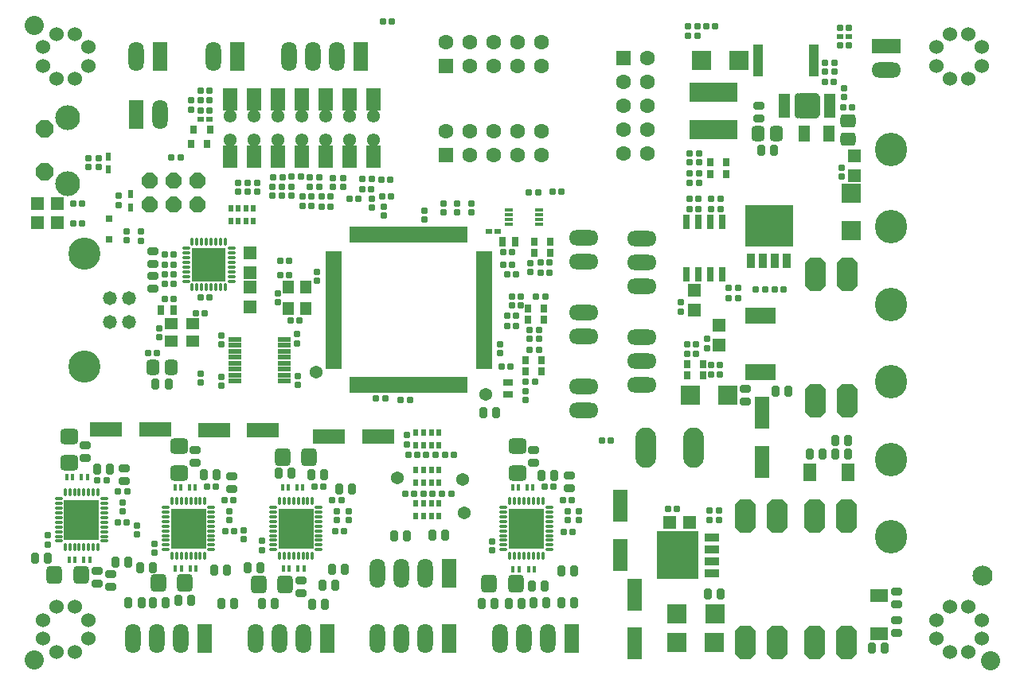
<source format=gts>
G04 Layer_Color=8388736*
%FSLAX25Y25*%
%MOIN*%
G70*
G01*
G75*
%ADD41C,0.06000*%
%ADD115C,0.03000*%
%ADD121C,0.08400*%
%ADD205R,0.05300X0.01700*%
%ADD206R,0.04600X0.01300*%
%ADD207R,0.04816X0.01981*%
G04:AMPARAMS|DCode=208|XSize=109mil|YSize=109mil|CornerRadius=28.25mil|HoleSize=0mil|Usage=FLASHONLY|Rotation=180.000|XOffset=0mil|YOffset=0mil|HoleType=Round|Shape=RoundedRectangle|*
%AMROUNDEDRECTD208*
21,1,0.10900,0.05250,0,0,180.0*
21,1,0.05250,0.10900,0,0,180.0*
1,1,0.05650,-0.02625,0.02625*
1,1,0.05650,0.02625,0.02625*
1,1,0.05650,0.02625,-0.02625*
1,1,0.05650,-0.02625,-0.02625*
%
%ADD208ROUNDEDRECTD208*%
G04:AMPARAMS|DCode=209|XSize=26mil|YSize=28mil|CornerRadius=6.4mil|HoleSize=0mil|Usage=FLASHONLY|Rotation=180.000|XOffset=0mil|YOffset=0mil|HoleType=Round|Shape=RoundedRectangle|*
%AMROUNDEDRECTD209*
21,1,0.02600,0.01520,0,0,180.0*
21,1,0.01320,0.02800,0,0,180.0*
1,1,0.01280,-0.00660,0.00760*
1,1,0.01280,0.00660,0.00760*
1,1,0.01280,0.00660,-0.00760*
1,1,0.01280,-0.00660,-0.00760*
%
%ADD209ROUNDEDRECTD209*%
%ADD210R,0.03200X0.06000*%
%ADD211R,0.20100X0.17400*%
%ADD212R,0.17400X0.20100*%
%ADD213R,0.06000X0.03200*%
%ADD214R,0.03550X0.01581*%
G04:AMPARAMS|DCode=215|XSize=26mil|YSize=28mil|CornerRadius=6.4mil|HoleSize=0mil|Usage=FLASHONLY|Rotation=270.000|XOffset=0mil|YOffset=0mil|HoleType=Round|Shape=RoundedRectangle|*
%AMROUNDEDRECTD215*
21,1,0.02600,0.01520,0,0,270.0*
21,1,0.01320,0.02800,0,0,270.0*
1,1,0.01280,-0.00760,-0.00660*
1,1,0.01280,-0.00760,0.00660*
1,1,0.01280,0.00760,0.00660*
1,1,0.01280,0.00760,-0.00660*
%
%ADD215ROUNDEDRECTD215*%
G04:AMPARAMS|DCode=216|XSize=33.13mil|YSize=43.37mil|CornerRadius=7.83mil|HoleSize=0mil|Usage=FLASHONLY|Rotation=180.000|XOffset=0mil|YOffset=0mil|HoleType=Round|Shape=RoundedRectangle|*
%AMROUNDEDRECTD216*
21,1,0.03313,0.02772,0,0,180.0*
21,1,0.01748,0.04337,0,0,180.0*
1,1,0.01565,-0.00874,0.01386*
1,1,0.01565,0.00874,0.01386*
1,1,0.01565,0.00874,-0.01386*
1,1,0.01565,-0.00874,-0.01386*
%
%ADD216ROUNDEDRECTD216*%
G04:AMPARAMS|DCode=217|XSize=33.13mil|YSize=43.37mil|CornerRadius=7.83mil|HoleSize=0mil|Usage=FLASHONLY|Rotation=270.000|XOffset=0mil|YOffset=0mil|HoleType=Round|Shape=RoundedRectangle|*
%AMROUNDEDRECTD217*
21,1,0.03313,0.02772,0,0,270.0*
21,1,0.01748,0.04337,0,0,270.0*
1,1,0.01565,-0.01386,-0.00874*
1,1,0.01565,-0.01386,0.00874*
1,1,0.01565,0.01386,0.00874*
1,1,0.01565,0.01386,-0.00874*
%
%ADD217ROUNDEDRECTD217*%
%ADD218R,0.05912X0.13786*%
%ADD219R,0.13786X0.05912*%
G04:AMPARAMS|DCode=220|XSize=56mil|YSize=64mil|CornerRadius=15mil|HoleSize=0mil|Usage=FLASHONLY|Rotation=0.000|XOffset=0mil|YOffset=0mil|HoleType=Round|Shape=RoundedRectangle|*
%AMROUNDEDRECTD220*
21,1,0.05600,0.03400,0,0,0.0*
21,1,0.02600,0.06400,0,0,0.0*
1,1,0.03000,0.01300,-0.01700*
1,1,0.03000,-0.01300,-0.01700*
1,1,0.03000,-0.01300,0.01700*
1,1,0.03000,0.01300,0.01700*
%
%ADD220ROUNDEDRECTD220*%
G04:AMPARAMS|DCode=221|XSize=56mil|YSize=64mil|CornerRadius=15mil|HoleSize=0mil|Usage=FLASHONLY|Rotation=270.000|XOffset=0mil|YOffset=0mil|HoleType=Round|Shape=RoundedRectangle|*
%AMROUNDEDRECTD221*
21,1,0.05600,0.03400,0,0,270.0*
21,1,0.02600,0.06400,0,0,270.0*
1,1,0.03000,-0.01700,-0.01300*
1,1,0.03000,-0.01700,0.01300*
1,1,0.03000,0.01700,0.01300*
1,1,0.03000,0.01700,-0.01300*
%
%ADD221ROUNDEDRECTD221*%
%ADD222R,0.04731X0.07093*%
%ADD223R,0.02565X0.02368*%
G04:AMPARAMS|DCode=224|XSize=67mil|YSize=75mil|CornerRadius=17.75mil|HoleSize=0mil|Usage=FLASHONLY|Rotation=180.000|XOffset=0mil|YOffset=0mil|HoleType=Round|Shape=RoundedRectangle|*
%AMROUNDEDRECTD224*
21,1,0.06700,0.03950,0,0,180.0*
21,1,0.03150,0.07500,0,0,180.0*
1,1,0.03550,-0.01575,0.01975*
1,1,0.03550,0.01575,0.01975*
1,1,0.03550,0.01575,-0.01975*
1,1,0.03550,-0.01575,-0.01975*
%
%ADD224ROUNDEDRECTD224*%
G04:AMPARAMS|DCode=225|XSize=67mil|YSize=75mil|CornerRadius=17.75mil|HoleSize=0mil|Usage=FLASHONLY|Rotation=90.000|XOffset=0mil|YOffset=0mil|HoleType=Round|Shape=RoundedRectangle|*
%AMROUNDEDRECTD225*
21,1,0.06700,0.03950,0,0,90.0*
21,1,0.03150,0.07500,0,0,90.0*
1,1,0.03550,0.01975,0.01575*
1,1,0.03550,0.01975,-0.01575*
1,1,0.03550,-0.01975,-0.01575*
1,1,0.03550,-0.01975,0.01575*
%
%ADD225ROUNDEDRECTD225*%
%ADD226R,0.02400X0.03000*%
%ADD227R,0.03943X0.13392*%
G04:AMPARAMS|DCode=228|XSize=14.96mil|YSize=35.43mil|CornerRadius=6.38mil|HoleSize=0mil|Usage=FLASHONLY|Rotation=180.000|XOffset=0mil|YOffset=0mil|HoleType=Round|Shape=RoundedRectangle|*
%AMROUNDEDRECTD228*
21,1,0.01496,0.02268,0,0,180.0*
21,1,0.00220,0.03543,0,0,180.0*
1,1,0.01276,-0.00110,0.01134*
1,1,0.01276,0.00110,0.01134*
1,1,0.01276,0.00110,-0.01134*
1,1,0.01276,-0.00110,-0.01134*
%
%ADD228ROUNDEDRECTD228*%
G04:AMPARAMS|DCode=229|XSize=14.96mil|YSize=35.43mil|CornerRadius=6.38mil|HoleSize=0mil|Usage=FLASHONLY|Rotation=270.000|XOffset=0mil|YOffset=0mil|HoleType=Round|Shape=RoundedRectangle|*
%AMROUNDEDRECTD229*
21,1,0.01496,0.02268,0,0,270.0*
21,1,0.00220,0.03543,0,0,270.0*
1,1,0.01276,-0.01134,-0.00110*
1,1,0.01276,-0.01134,0.00110*
1,1,0.01276,0.01134,0.00110*
1,1,0.01276,0.01134,-0.00110*
%
%ADD229ROUNDEDRECTD229*%
%ADD230R,0.14100X0.14100*%
%ADD231R,0.05400X0.01900*%
G04:AMPARAMS|DCode=232|XSize=80mil|YSize=80mil|CornerRadius=40mil|HoleSize=0mil|Usage=FLASHONLY|Rotation=0.000|XOffset=0mil|YOffset=0mil|HoleType=Round|Shape=RoundedRectangle|*
%AMROUNDEDRECTD232*
21,1,0.08000,0.00000,0,0,0.0*
21,1,0.00000,0.08000,0,0,0.0*
1,1,0.08000,0.00000,0.00000*
1,1,0.08000,0.00000,0.00000*
1,1,0.08000,0.00000,0.00000*
1,1,0.08000,0.00000,0.00000*
%
%ADD232ROUNDEDRECTD232*%
%ADD233R,0.02000X0.06800*%
%ADD234R,0.06800X0.02000*%
%ADD235R,0.02800X0.06400*%
%ADD236R,0.05200X0.05200*%
%ADD237R,0.03865X0.03038*%
%ADD238R,0.03038X0.03865*%
%ADD239R,0.07487X0.05833*%
%ADD240R,0.05833X0.07487*%
%ADD241R,0.05600X0.04600*%
%ADD242R,0.02762X0.03550*%
%ADD243R,0.01772X0.02756*%
%ADD244R,0.08300X0.08300*%
%ADD245R,0.02400X0.03200*%
%ADD246R,0.08300X0.08300*%
%ADD247R,0.13000X0.06700*%
%ADD248R,0.02800X0.02800*%
%ADD249R,0.05200X0.05200*%
%ADD250R,0.04600X0.05600*%
%ADD251R,0.20479X0.08215*%
G04:AMPARAMS|DCode=252|XSize=54mil|YSize=54mil|CornerRadius=27mil|HoleSize=0mil|Usage=FLASHONLY|Rotation=270.000|XOffset=0mil|YOffset=0mil|HoleType=Round|Shape=RoundedRectangle|*
%AMROUNDEDRECTD252*
21,1,0.05400,0.00000,0,0,270.0*
21,1,0.00000,0.05400,0,0,270.0*
1,1,0.05400,0.00000,0.00000*
1,1,0.05400,0.00000,0.00000*
1,1,0.05400,0.00000,0.00000*
1,1,0.05400,0.00000,0.00000*
%
%ADD252ROUNDEDRECTD252*%
%ADD253R,0.14573X0.16542*%
%ADD254O,0.01384X0.03747*%
%ADD255O,0.03747X0.01384*%
%ADD256R,0.06305X0.09573*%
%ADD257R,0.06305X0.06305*%
%ADD258C,0.06305*%
%ADD259O,0.06400X0.12400*%
%ADD260R,0.06400X0.12400*%
%ADD261R,0.06305X0.06305*%
%ADD262O,0.13400X0.14000*%
%ADD263O,0.12400X0.06400*%
%ADD264O,0.08650X0.16900*%
G04:AMPARAMS|DCode=265|XSize=137mil|YSize=87mil|CornerRadius=0mil|HoleSize=0mil|Usage=FLASHONLY|Rotation=270.000|XOffset=0mil|YOffset=0mil|HoleType=Round|Shape=Octagon|*
%AMOCTAGOND265*
4,1,8,-0.02175,-0.06850,0.02175,-0.06850,0.04350,-0.04675,0.04350,0.04675,0.02175,0.06850,-0.02175,0.06850,-0.04350,0.04675,-0.04350,-0.04675,-0.02175,-0.06850,0.0*
%
%ADD265OCTAGOND265*%

%ADD266P,0.07144X8X22.5*%
%ADD267C,0.13450*%
%ADD268C,0.05800*%
%ADD269C,0.10400*%
%ADD270P,0.08010X8X292.5*%
%ADD271R,0.12400X0.06400*%
%ADD272C,0.05439*%
%ADD273C,0.02600*%
G54D41*
X403150Y15748D02*
D03*
Y23622D02*
D03*
X397638Y29134D02*
D03*
X389764D02*
D03*
X384252Y23622D02*
D03*
Y15748D02*
D03*
X389764Y10236D02*
D03*
X397638D02*
D03*
X403150Y255906D02*
D03*
Y263779D02*
D03*
X397638Y269291D02*
D03*
X389764D02*
D03*
X384252Y263779D02*
D03*
Y255906D02*
D03*
X389764Y250394D02*
D03*
X397638D02*
D03*
X29134Y255906D02*
D03*
Y263779D02*
D03*
X23622Y269291D02*
D03*
X15748D02*
D03*
X10236Y263779D02*
D03*
Y255906D02*
D03*
X15748Y250394D02*
D03*
X23622D02*
D03*
X29134Y15748D02*
D03*
Y23622D02*
D03*
X23622Y29134D02*
D03*
X15748D02*
D03*
X10236Y23622D02*
D03*
Y15748D02*
D03*
X15748Y10236D02*
D03*
X23622D02*
D03*
G54D115*
X318188Y182852D02*
D03*
X322188D02*
D03*
Y186852D02*
D03*
X318188D02*
D03*
Y190852D02*
D03*
X322188D02*
D03*
Y194852D02*
D03*
X318188D02*
D03*
X310188D02*
D03*
X306188D02*
D03*
Y190852D02*
D03*
X310188D02*
D03*
Y186852D02*
D03*
X306188D02*
D03*
Y182852D02*
D03*
X310188D02*
D03*
X314188D02*
D03*
Y186852D02*
D03*
Y194852D02*
D03*
Y190852D02*
D03*
X273656Y50743D02*
D03*
X269656D02*
D03*
X277656D02*
D03*
X281656D02*
D03*
Y46742D02*
D03*
Y42742D02*
D03*
X277656D02*
D03*
Y46742D02*
D03*
X273656D02*
D03*
Y42742D02*
D03*
X269656D02*
D03*
Y46742D02*
D03*
Y54742D02*
D03*
Y58742D02*
D03*
X273656D02*
D03*
Y54742D02*
D03*
X277656D02*
D03*
Y58742D02*
D03*
X281656D02*
D03*
Y54742D02*
D03*
X79575Y172575D02*
D03*
Y176315D02*
D03*
X75806Y176351D02*
D03*
X75854Y172575D02*
D03*
X75835Y168736D02*
D03*
X79575Y168835D02*
D03*
X83315D02*
D03*
Y172575D02*
D03*
Y176315D02*
D03*
X22006Y72076D02*
D03*
X30668Y59084D02*
D03*
X26337D02*
D03*
X22006D02*
D03*
X30668Y63415D02*
D03*
X26337D02*
D03*
X22006D02*
D03*
X30668Y67746D02*
D03*
X26337D02*
D03*
X22006D02*
D03*
X30668Y72076D02*
D03*
X26337D02*
D03*
X71075Y68476D02*
D03*
X75406D02*
D03*
X66744Y64146D02*
D03*
X71075D02*
D03*
X75406D02*
D03*
X66744Y59815D02*
D03*
X71075D02*
D03*
X75406D02*
D03*
X66744Y55484D02*
D03*
X71075D02*
D03*
X75406D02*
D03*
X66744Y68476D02*
D03*
X111744D02*
D03*
X120405Y55484D02*
D03*
X116075D02*
D03*
X111744D02*
D03*
X120405Y59815D02*
D03*
X116075D02*
D03*
X111744D02*
D03*
X120405Y64146D02*
D03*
X116075D02*
D03*
X111744D02*
D03*
X120405Y68476D02*
D03*
X116075D02*
D03*
X212475D02*
D03*
X216806D02*
D03*
X208144Y64146D02*
D03*
X212475D02*
D03*
X216806D02*
D03*
X208144Y59815D02*
D03*
X212475D02*
D03*
X216806D02*
D03*
X208144Y55484D02*
D03*
X212475D02*
D03*
X216806D02*
D03*
X208144Y68476D02*
D03*
G54D121*
X403642Y42126D02*
D03*
G54D205*
X90538Y141329D02*
D03*
Y138829D02*
D03*
X90537Y136329D02*
D03*
Y133829D02*
D03*
X90538Y131329D02*
D03*
X90537Y128829D02*
D03*
Y126329D02*
D03*
X90538Y123829D02*
D03*
X111037Y123829D02*
D03*
X111037Y126329D02*
D03*
X111037Y128829D02*
D03*
X111037Y131329D02*
D03*
X111037Y133829D02*
D03*
X111037Y136329D02*
D03*
X111037Y138829D02*
D03*
X111037Y141329D02*
D03*
G54D206*
X90587Y141329D02*
D03*
X90588Y138829D02*
D03*
X90587Y136329D02*
D03*
Y133829D02*
D03*
X90587Y131329D02*
D03*
X90587Y128829D02*
D03*
Y126329D02*
D03*
X90588Y123829D02*
D03*
X110987D02*
D03*
X110987Y126329D02*
D03*
Y128829D02*
D03*
X110987Y131329D02*
D03*
X110987Y133829D02*
D03*
X110987Y136329D02*
D03*
X110987Y138829D02*
D03*
X110987Y141329D02*
D03*
G54D207*
X320595Y243169D02*
D03*
Y241201D02*
D03*
Y239232D02*
D03*
Y237264D02*
D03*
Y235295D02*
D03*
X339492Y243169D02*
D03*
Y241201D02*
D03*
Y239232D02*
D03*
Y237264D02*
D03*
Y235295D02*
D03*
G54D208*
X330043Y239232D02*
D03*
G54D209*
X301065Y162775D02*
D03*
X297275D02*
D03*
X293645Y130675D02*
D03*
X289875D02*
D03*
X231945Y60575D02*
D03*
X228175D02*
D03*
X220075Y79575D02*
D03*
X223845D02*
D03*
X227805Y73875D02*
D03*
X231575D02*
D03*
X132575Y60975D02*
D03*
X136345D02*
D03*
X123775Y79675D02*
D03*
X127545D02*
D03*
X135075Y73875D02*
D03*
X131305D02*
D03*
X90145Y60975D02*
D03*
X86375D02*
D03*
X78775Y79675D02*
D03*
X82545D02*
D03*
X86143Y73775D02*
D03*
X89913D02*
D03*
X337475Y249175D02*
D03*
X341245D02*
D03*
X206405Y159175D02*
D03*
X210175D02*
D03*
X161767Y76619D02*
D03*
X165537D02*
D03*
X166932Y92958D02*
D03*
X163162D02*
D03*
X169543Y76619D02*
D03*
X173312D02*
D03*
X174413Y92958D02*
D03*
X170642D02*
D03*
X181118Y76521D02*
D03*
X177348D02*
D03*
X178448Y92859D02*
D03*
X182218D02*
D03*
X206575Y177775D02*
D03*
X202805D02*
D03*
X220445Y159075D02*
D03*
X216675D02*
D03*
X208199Y168504D02*
D03*
X204429D02*
D03*
X113767Y149095D02*
D03*
X117537D02*
D03*
X79810Y158754D02*
D03*
X76040D02*
D03*
X77975Y152275D02*
D03*
X74205D02*
D03*
X61175Y176875D02*
D03*
X64945D02*
D03*
X109405Y168225D02*
D03*
X113175D02*
D03*
X61175Y164475D02*
D03*
X64945D02*
D03*
X54205Y135575D02*
D03*
X57975D02*
D03*
X159966Y115754D02*
D03*
X163736D02*
D03*
X206624Y172638D02*
D03*
X202854D02*
D03*
X45345Y64575D02*
D03*
X41575D02*
D03*
X32975Y82175D02*
D03*
X36745D02*
D03*
X41605Y77375D02*
D03*
X45375D02*
D03*
X247875Y98775D02*
D03*
X244105D02*
D03*
X156245Y274575D02*
D03*
X152475D02*
D03*
X287875Y272375D02*
D03*
X291645D02*
D03*
X61175Y158075D02*
D03*
X64945D02*
D03*
X67800Y217500D02*
D03*
X64010D02*
D03*
X76200Y241400D02*
D03*
X79990D02*
D03*
X76200Y245500D02*
D03*
X79990D02*
D03*
X80000Y237200D02*
D03*
X76210D02*
D03*
X301065Y158475D02*
D03*
X297275D02*
D03*
X343875Y264575D02*
D03*
X347665D02*
D03*
X347675Y271975D02*
D03*
X343885D02*
D03*
X289875Y126375D02*
D03*
X293665D02*
D03*
X212285Y123575D02*
D03*
X216075D02*
D03*
X206375Y155375D02*
D03*
X210165D02*
D03*
X279875Y135175D02*
D03*
X283665D02*
D03*
X283675Y139275D02*
D03*
X279885D02*
D03*
X142275Y200175D02*
D03*
X138485D02*
D03*
X118090Y209400D02*
D03*
X114300D02*
D03*
X153445Y116375D02*
D03*
X149675D02*
D03*
X109405Y174075D02*
D03*
X113175D02*
D03*
X227175Y203175D02*
D03*
X223405D02*
D03*
X143905Y204275D02*
D03*
X147675D02*
D03*
X125770Y205300D02*
D03*
X122000D02*
D03*
X122675Y201075D02*
D03*
X118905D02*
D03*
X126730Y201100D02*
D03*
X130500D02*
D03*
X143930Y208400D02*
D03*
X147700D02*
D03*
X152100Y201100D02*
D03*
X155870D02*
D03*
X110400Y209300D02*
D03*
X106630D02*
D03*
X345085Y238675D02*
D03*
X348875D02*
D03*
X290000Y200300D02*
D03*
X293790D02*
D03*
X218475Y173375D02*
D03*
X222265D02*
D03*
X61185Y172575D02*
D03*
X64975D02*
D03*
Y168475D02*
D03*
X61185D02*
D03*
X320275Y162075D02*
D03*
X316485D02*
D03*
X308585D02*
D03*
X312375D02*
D03*
X293075Y65475D02*
D03*
X289285D02*
D03*
Y69675D02*
D03*
X293075D02*
D03*
X271775Y70275D02*
D03*
X275565D02*
D03*
X213985Y136875D02*
D03*
X217775D02*
D03*
X26575Y189975D02*
D03*
X22785D02*
D03*
X222265Y169175D02*
D03*
X218475D02*
D03*
X284490Y200300D02*
D03*
X280700D02*
D03*
X293800Y196000D02*
D03*
X290010D02*
D03*
X280710D02*
D03*
X284500D02*
D03*
X151800Y208300D02*
D03*
X155590D02*
D03*
X126710Y197000D02*
D03*
X130500D02*
D03*
X118875Y197075D02*
D03*
X122665D02*
D03*
X122010Y209300D02*
D03*
X125800D02*
D03*
X217375Y202975D02*
D03*
X213585D02*
D03*
X26600Y198075D02*
D03*
X22810D02*
D03*
X205975Y129725D02*
D03*
X202185D02*
D03*
X208175Y151125D02*
D03*
X204385D02*
D03*
X208175Y147025D02*
D03*
X204385D02*
D03*
G54D210*
X306688Y174313D02*
D03*
X311688D02*
D03*
X316688D02*
D03*
X321688D02*
D03*
G54D211*
X314188Y188752D02*
D03*
G54D212*
X275756Y50743D02*
D03*
G54D213*
X290195Y58242D02*
D03*
Y53242D02*
D03*
Y48243D02*
D03*
Y43242D02*
D03*
G54D214*
X205201Y195553D02*
D03*
Y193584D02*
D03*
Y191616D02*
D03*
Y189647D02*
D03*
X217799Y195553D02*
D03*
Y193584D02*
D03*
Y191616D02*
D03*
Y189647D02*
D03*
G54D215*
X284775Y215425D02*
D03*
Y219195D02*
D03*
X198275Y52805D02*
D03*
Y56575D02*
D03*
X229775Y65475D02*
D03*
Y69245D02*
D03*
X101875Y53005D02*
D03*
Y56775D02*
D03*
X133275Y69245D02*
D03*
Y65475D02*
D03*
X56775Y51905D02*
D03*
Y55675D02*
D03*
X88275Y65475D02*
D03*
Y69245D02*
D03*
X45028Y186475D02*
D03*
Y182705D02*
D03*
X84842Y142815D02*
D03*
Y139045D02*
D03*
X116634Y139635D02*
D03*
Y143405D02*
D03*
X116732Y122139D02*
D03*
Y125909D02*
D03*
X84941Y125620D02*
D03*
Y121851D02*
D03*
X169875Y191505D02*
D03*
Y195275D02*
D03*
X108375Y160645D02*
D03*
Y156875D02*
D03*
X58875Y142205D02*
D03*
Y145975D02*
D03*
X29275Y213475D02*
D03*
Y217245D02*
D03*
X201575Y139302D02*
D03*
Y135532D02*
D03*
X124875Y169545D02*
D03*
Y165775D02*
D03*
X43675Y69075D02*
D03*
Y72845D02*
D03*
X12175Y55305D02*
D03*
Y59075D02*
D03*
X72100Y237700D02*
D03*
Y241490D02*
D03*
X76100Y126990D02*
D03*
Y123200D02*
D03*
X280775Y219215D02*
D03*
Y215425D02*
D03*
X280100Y268610D02*
D03*
Y272400D02*
D03*
X284100Y268610D02*
D03*
Y272400D02*
D03*
X213875Y141385D02*
D03*
Y145175D02*
D03*
X284825Y206975D02*
D03*
Y210765D02*
D03*
X135725Y205185D02*
D03*
Y208975D02*
D03*
X177875Y198145D02*
D03*
Y194375D02*
D03*
X183675Y194475D02*
D03*
Y198245D02*
D03*
X189375D02*
D03*
Y194475D02*
D03*
X114300Y201500D02*
D03*
Y205270D02*
D03*
X152775Y193205D02*
D03*
Y196975D02*
D03*
X131625Y205205D02*
D03*
Y208975D02*
D03*
X100000Y203100D02*
D03*
Y206870D02*
D03*
X95900Y203100D02*
D03*
Y206870D02*
D03*
X234575Y69275D02*
D03*
Y65485D02*
D03*
X138075D02*
D03*
Y69275D02*
D03*
X94075Y61275D02*
D03*
Y57485D02*
D03*
X341675Y257165D02*
D03*
Y253375D02*
D03*
X337675Y253385D02*
D03*
Y257175D02*
D03*
X345475Y242885D02*
D03*
Y246675D02*
D03*
X214275Y173165D02*
D03*
Y169375D02*
D03*
X212275Y115775D02*
D03*
Y119565D02*
D03*
X217975Y141385D02*
D03*
Y145175D02*
D03*
X147975Y200265D02*
D03*
Y196475D02*
D03*
X51028Y182676D02*
D03*
Y186465D02*
D03*
X277275Y156765D02*
D03*
Y152975D02*
D03*
X288275Y137675D02*
D03*
Y141465D02*
D03*
X344650Y209460D02*
D03*
Y213250D02*
D03*
X41872Y197596D02*
D03*
Y201386D02*
D03*
X33375Y217265D02*
D03*
Y213475D02*
D03*
X49475Y63175D02*
D03*
Y59385D02*
D03*
X280725Y206975D02*
D03*
Y210765D02*
D03*
X91900Y206900D02*
D03*
Y203110D02*
D03*
X106200Y201510D02*
D03*
Y205300D02*
D03*
X110300D02*
D03*
Y201510D02*
D03*
X162400Y97300D02*
D03*
Y101090D02*
D03*
G54D216*
X214798Y37975D02*
D03*
X220152D02*
D03*
X193898Y30675D02*
D03*
X199252D02*
D03*
X210552D02*
D03*
X205198D02*
D03*
X220852Y30975D02*
D03*
X215498D02*
D03*
X227098D02*
D03*
X232452D02*
D03*
X224152Y84275D02*
D03*
X218798D02*
D03*
X227198Y44075D02*
D03*
X232552D02*
D03*
X95998Y45475D02*
D03*
X101352D02*
D03*
X127098Y38175D02*
D03*
X132452D02*
D03*
X108698Y85075D02*
D03*
X114052D02*
D03*
X162652Y58975D02*
D03*
X157298D02*
D03*
X178652Y59175D02*
D03*
X173298D02*
D03*
X134098Y78675D02*
D03*
X139452D02*
D03*
X122498Y84375D02*
D03*
X127852D02*
D03*
X136552Y44775D02*
D03*
X131198D02*
D03*
X77598Y84375D02*
D03*
X82952D02*
D03*
X87352Y44675D02*
D03*
X81998D02*
D03*
X72352Y31975D02*
D03*
X66998D02*
D03*
X56252Y45675D02*
D03*
X50898D02*
D03*
X90052Y30475D02*
D03*
X84698D02*
D03*
X101698Y30575D02*
D03*
X107052D02*
D03*
X122998Y30175D02*
D03*
X128352D02*
D03*
X347352Y98775D02*
D03*
X341998D02*
D03*
X331298Y93175D02*
D03*
X336652D02*
D03*
X341998D02*
D03*
X347352D02*
D03*
X316052Y220675D02*
D03*
X310698D02*
D03*
X357298Y11775D02*
D03*
X362652D02*
D03*
X322352Y119675D02*
D03*
X316998D02*
D03*
X293852Y34375D02*
D03*
X288498D02*
D03*
X32998Y86875D02*
D03*
X38352D02*
D03*
X45952Y47875D02*
D03*
X40598D02*
D03*
X12252Y49475D02*
D03*
X6898D02*
D03*
X46020Y30975D02*
D03*
X51375D02*
D03*
X61452D02*
D03*
X56098D02*
D03*
X199752Y110475D02*
D03*
X194398D02*
D03*
X62702Y122675D02*
D03*
X57348D02*
D03*
G54D217*
X215475Y94952D02*
D03*
Y89598D02*
D03*
X230375Y84252D02*
D03*
Y78898D02*
D03*
X118175Y34898D02*
D03*
Y40252D02*
D03*
X73875Y94852D02*
D03*
Y89498D02*
D03*
X89175Y83852D02*
D03*
Y78498D02*
D03*
X304275Y120652D02*
D03*
Y115298D02*
D03*
X367675Y18298D02*
D03*
Y23652D02*
D03*
Y30098D02*
D03*
Y35452D02*
D03*
X309875Y233798D02*
D03*
Y239152D02*
D03*
X32875Y44152D02*
D03*
Y38798D02*
D03*
X38575Y37398D02*
D03*
Y42752D02*
D03*
X27875Y96752D02*
D03*
Y91398D02*
D03*
X44275Y81898D02*
D03*
Y87252D02*
D03*
X56075Y172897D02*
D03*
Y178252D02*
D03*
X56075Y162398D02*
D03*
Y167752D02*
D03*
G54D218*
X257875Y34211D02*
D03*
Y13739D02*
D03*
X251975Y71411D02*
D03*
Y50939D02*
D03*
X311075Y110411D02*
D03*
Y89939D02*
D03*
G54D219*
X130002Y100475D02*
D03*
X150475D02*
D03*
X81839Y103175D02*
D03*
X102311D02*
D03*
X36639Y103675D02*
D03*
X57111D02*
D03*
G54D220*
X309635Y227575D02*
D03*
X317175D02*
D03*
X63815Y129575D02*
D03*
X56275D02*
D03*
G54D221*
X347075Y225175D02*
D03*
Y232715D02*
D03*
G54D222*
X339291Y227475D02*
D03*
X328858D02*
D03*
G54D223*
X76230Y233400D02*
D03*
X79970D02*
D03*
X196755Y186575D02*
D03*
X200495D02*
D03*
X343805Y268275D02*
D03*
X347545D02*
D03*
G54D224*
X196875Y38775D02*
D03*
X208073D02*
D03*
X100375Y38675D02*
D03*
X111573D02*
D03*
X110476Y91775D02*
D03*
X121675D02*
D03*
X58375Y39075D02*
D03*
X69573D02*
D03*
X14975Y42675D02*
D03*
X26173D02*
D03*
G54D225*
X208775Y85176D02*
D03*
Y96375D02*
D03*
X67075Y85176D02*
D03*
Y96375D02*
D03*
X21075Y89376D02*
D03*
Y100575D02*
D03*
G54D226*
X175872Y67324D02*
D03*
X172722D02*
D03*
X169547D02*
D03*
X166347D02*
D03*
Y72682D02*
D03*
X169547D02*
D03*
X172722D02*
D03*
X175872D02*
D03*
Y86658D02*
D03*
X172722D02*
D03*
X169547D02*
D03*
X166347D02*
D03*
Y81301D02*
D03*
X169547D02*
D03*
X172722D02*
D03*
X175872D02*
D03*
Y96852D02*
D03*
X172722D02*
D03*
X169547D02*
D03*
X166347D02*
D03*
Y102209D02*
D03*
X169547D02*
D03*
X172722D02*
D03*
X175872D02*
D03*
X98327Y196161D02*
D03*
X95177D02*
D03*
X92002D02*
D03*
X88802D02*
D03*
Y190804D02*
D03*
X92002D02*
D03*
X95177D02*
D03*
X98327D02*
D03*
G54D227*
X309461Y258075D02*
D03*
X332689D02*
D03*
G54D228*
X72675Y163126D02*
D03*
X74575D02*
D03*
X76575D02*
D03*
X78575D02*
D03*
X80559D02*
D03*
X82528D02*
D03*
X84496D02*
D03*
X86465D02*
D03*
Y182075D02*
D03*
X84496D02*
D03*
X82528D02*
D03*
X80559D02*
D03*
X78575D02*
D03*
X76575D02*
D03*
X74575D02*
D03*
X72675D02*
D03*
G54D229*
X89024Y165685D02*
D03*
Y167654D02*
D03*
Y169622D02*
D03*
Y171591D02*
D03*
Y173575D02*
D03*
Y175575D02*
D03*
Y177575D02*
D03*
Y179475D02*
D03*
X70075D02*
D03*
Y177575D02*
D03*
Y175575D02*
D03*
Y173575D02*
D03*
Y171591D02*
D03*
Y169622D02*
D03*
Y167654D02*
D03*
Y165685D02*
D03*
G54D230*
X79575Y172575D02*
D03*
G54D231*
X90551Y138829D02*
D03*
X111087Y133829D02*
D03*
X90551Y141329D02*
D03*
Y136329D02*
D03*
Y133829D02*
D03*
X111087Y136329D02*
D03*
X111087Y131279D02*
D03*
X111087Y128779D02*
D03*
X90551D02*
D03*
X111087Y123779D02*
D03*
X90551Y131279D02*
D03*
Y126279D02*
D03*
X111087D02*
D03*
X90551Y123779D02*
D03*
X111087Y138829D02*
D03*
Y141329D02*
D03*
G54D232*
X6398Y6791D02*
D03*
X406693Y6398D02*
D03*
X6398Y272835D02*
D03*
G54D233*
X186953Y185071D02*
D03*
X184953D02*
D03*
X182954D02*
D03*
X181053D02*
D03*
X179053D02*
D03*
X177053D02*
D03*
X175154D02*
D03*
X173153D02*
D03*
X171153D02*
D03*
X169254D02*
D03*
X167253D02*
D03*
X165253D02*
D03*
X163253D02*
D03*
X161285D02*
D03*
X159317D02*
D03*
X157348D02*
D03*
X155379D02*
D03*
X153411D02*
D03*
X151443D02*
D03*
X149474D02*
D03*
X147505D02*
D03*
X145537D02*
D03*
X143569D02*
D03*
X141600D02*
D03*
X139631D02*
D03*
Y122075D02*
D03*
X141600D02*
D03*
X143569D02*
D03*
X145537D02*
D03*
X147505D02*
D03*
X149474D02*
D03*
X151443D02*
D03*
X153411D02*
D03*
X155379D02*
D03*
X157348D02*
D03*
X159317D02*
D03*
X161285D02*
D03*
X163253D02*
D03*
X165253D02*
D03*
X167253D02*
D03*
X169254D02*
D03*
X171153D02*
D03*
X173153D02*
D03*
X175154D02*
D03*
X177053D02*
D03*
X179053D02*
D03*
X181053D02*
D03*
X182954D02*
D03*
X184953D02*
D03*
X186953D02*
D03*
G54D234*
X131757Y177197D02*
D03*
Y175228D02*
D03*
Y173260D02*
D03*
Y171291D02*
D03*
Y169323D02*
D03*
Y167354D02*
D03*
Y165386D02*
D03*
Y163417D02*
D03*
Y161449D02*
D03*
Y159480D02*
D03*
Y157512D02*
D03*
Y155543D02*
D03*
Y153575D02*
D03*
Y151575D02*
D03*
Y149575D02*
D03*
Y147575D02*
D03*
Y145675D02*
D03*
Y143675D02*
D03*
Y141675D02*
D03*
Y139775D02*
D03*
Y137775D02*
D03*
Y135775D02*
D03*
Y133875D02*
D03*
Y131875D02*
D03*
Y129875D02*
D03*
X194754D02*
D03*
Y131875D02*
D03*
Y133875D02*
D03*
Y135775D02*
D03*
Y137775D02*
D03*
Y139775D02*
D03*
Y141675D02*
D03*
Y143675D02*
D03*
Y145675D02*
D03*
Y147575D02*
D03*
Y149575D02*
D03*
Y151575D02*
D03*
Y153575D02*
D03*
Y155543D02*
D03*
Y157512D02*
D03*
Y159480D02*
D03*
Y161449D02*
D03*
Y163417D02*
D03*
Y165386D02*
D03*
Y167354D02*
D03*
Y169323D02*
D03*
Y171291D02*
D03*
Y173260D02*
D03*
Y175228D02*
D03*
Y177197D02*
D03*
G54D235*
X279375Y168690D02*
D03*
X284375D02*
D03*
X294375D02*
D03*
X279375Y190417D02*
D03*
X284375D02*
D03*
X294375D02*
D03*
X289375Y168690D02*
D03*
Y190417D02*
D03*
G54D236*
X16209Y198075D02*
D03*
X7875D02*
D03*
X16209Y190075D02*
D03*
X7875D02*
D03*
X272441Y64575D02*
D03*
X280775D02*
D03*
G54D237*
X204875Y118057D02*
D03*
Y123293D02*
D03*
G54D238*
X202657Y182175D02*
D03*
X207893D02*
D03*
X59657Y153475D02*
D03*
X64893D02*
D03*
G54D239*
X360275Y33985D02*
D03*
Y17765D02*
D03*
G54D240*
X347285Y85375D02*
D03*
X331065D02*
D03*
G54D241*
X63847Y147775D02*
D03*
X72975D02*
D03*
Y140433D02*
D03*
X63847D02*
D03*
G54D242*
X220021Y154075D02*
D03*
X213328D02*
D03*
X215928Y182275D02*
D03*
X222621D02*
D03*
X215928Y177675D02*
D03*
X222621D02*
D03*
X220021Y149475D02*
D03*
X213328D02*
D03*
X212182Y127975D02*
D03*
X218875D02*
D03*
X212128Y132575D02*
D03*
X218821D02*
D03*
X289454Y210700D02*
D03*
X296146D02*
D03*
X279928Y126175D02*
D03*
X286621D02*
D03*
X279928Y130775D02*
D03*
X286621D02*
D03*
X289454Y215600D02*
D03*
X296146D02*
D03*
X72154Y223300D02*
D03*
X78847D02*
D03*
X73353Y229200D02*
D03*
X80046D02*
D03*
G54D243*
X209554Y44975D02*
D03*
X206995D02*
D03*
X215954D02*
D03*
X213395D02*
D03*
X209354Y79075D02*
D03*
X206795D02*
D03*
X215254D02*
D03*
X212695D02*
D03*
X113354Y45075D02*
D03*
X110795D02*
D03*
X119454D02*
D03*
X116895D02*
D03*
X116395Y79175D02*
D03*
X118954D02*
D03*
X110395D02*
D03*
X112954D02*
D03*
X68154Y45175D02*
D03*
X65595D02*
D03*
X74254D02*
D03*
X71695D02*
D03*
X67954Y79175D02*
D03*
X65395D02*
D03*
X73954D02*
D03*
X71395D02*
D03*
X23654Y48775D02*
D03*
X21095D02*
D03*
X29754D02*
D03*
X27195D02*
D03*
X26195Y83375D02*
D03*
X28754D02*
D03*
X20095D02*
D03*
X22654D02*
D03*
G54D244*
X301475Y258075D02*
D03*
X285701D02*
D03*
X275646Y26342D02*
D03*
X291421D02*
D03*
X275556Y14357D02*
D03*
X291330D02*
D03*
X281075Y117875D02*
D03*
X296849D02*
D03*
G54D245*
X46892Y202143D02*
D03*
Y196632D02*
D03*
X37575Y217931D02*
D03*
Y212419D02*
D03*
G54D246*
X348675Y202675D02*
D03*
Y186901D02*
D03*
G54D247*
X310508Y151094D02*
D03*
Y127383D02*
D03*
G54D248*
X37992Y191831D02*
D03*
Y183100D02*
D03*
G54D249*
X96850Y177657D02*
D03*
Y169324D02*
D03*
X96752Y154823D02*
D03*
Y163157D02*
D03*
X293275Y138741D02*
D03*
Y147075D02*
D03*
X282775Y153541D02*
D03*
Y161875D02*
D03*
X349875Y218109D02*
D03*
Y209775D02*
D03*
G54D250*
X112989Y154046D02*
D03*
Y163174D02*
D03*
X120331D02*
D03*
Y154046D02*
D03*
G54D251*
X290775Y229201D02*
D03*
Y244949D02*
D03*
G54D252*
X195675Y118075D02*
D03*
X185975Y82375D02*
D03*
X186675Y68675D02*
D03*
X158647Y83115D02*
D03*
X124475Y127575D02*
D03*
G54D253*
X26337Y65580D02*
D03*
X71075Y61980D02*
D03*
X116075D02*
D03*
X212475D02*
D03*
G54D254*
X19447Y77096D02*
D03*
X21416D02*
D03*
X23384D02*
D03*
X25353D02*
D03*
X27321D02*
D03*
X29290D02*
D03*
X31258D02*
D03*
X33227D02*
D03*
Y54065D02*
D03*
X31258D02*
D03*
X29290D02*
D03*
X27321D02*
D03*
X25353D02*
D03*
X23384D02*
D03*
X21416D02*
D03*
X19447D02*
D03*
X64185Y50465D02*
D03*
X66154D02*
D03*
X68122D02*
D03*
X70091D02*
D03*
X72059D02*
D03*
X74028D02*
D03*
X75996D02*
D03*
X77965D02*
D03*
Y73496D02*
D03*
X75996D02*
D03*
X74028D02*
D03*
X72059D02*
D03*
X70091D02*
D03*
X68122D02*
D03*
X66154D02*
D03*
X64185D02*
D03*
X109185D02*
D03*
X111153D02*
D03*
X113122D02*
D03*
X115091D02*
D03*
X117059D02*
D03*
X119028D02*
D03*
X120996D02*
D03*
X122965D02*
D03*
Y50465D02*
D03*
X120996D02*
D03*
X119028D02*
D03*
X117059D02*
D03*
X115091D02*
D03*
X113122D02*
D03*
X111153D02*
D03*
X109185D02*
D03*
X205585D02*
D03*
X207554D02*
D03*
X209522D02*
D03*
X211491D02*
D03*
X213459D02*
D03*
X215428D02*
D03*
X217396D02*
D03*
X219365D02*
D03*
Y73496D02*
D03*
X217396D02*
D03*
X215428D02*
D03*
X213459D02*
D03*
X211491D02*
D03*
X209522D02*
D03*
X207554D02*
D03*
X205585D02*
D03*
G54D255*
X35884Y74439D02*
D03*
Y72470D02*
D03*
Y70502D02*
D03*
Y68533D02*
D03*
Y66565D02*
D03*
Y64596D02*
D03*
Y62628D02*
D03*
Y60659D02*
D03*
Y58691D02*
D03*
Y56722D02*
D03*
X16790D02*
D03*
Y58691D02*
D03*
Y60659D02*
D03*
Y62628D02*
D03*
Y64596D02*
D03*
Y66565D02*
D03*
Y68533D02*
D03*
Y70502D02*
D03*
Y72470D02*
D03*
Y74439D02*
D03*
X61528Y70839D02*
D03*
Y68870D02*
D03*
Y66902D02*
D03*
Y64933D02*
D03*
Y62965D02*
D03*
Y60996D02*
D03*
Y59028D02*
D03*
Y57059D02*
D03*
Y55090D02*
D03*
Y53122D02*
D03*
X80622D02*
D03*
Y55090D02*
D03*
Y57059D02*
D03*
Y59028D02*
D03*
Y60996D02*
D03*
Y62965D02*
D03*
Y64933D02*
D03*
Y66902D02*
D03*
Y68870D02*
D03*
Y70839D02*
D03*
X125622D02*
D03*
Y68870D02*
D03*
Y66902D02*
D03*
Y64933D02*
D03*
Y62965D02*
D03*
Y60996D02*
D03*
Y59028D02*
D03*
Y57059D02*
D03*
Y55090D02*
D03*
Y53122D02*
D03*
X106528D02*
D03*
Y55090D02*
D03*
Y57059D02*
D03*
Y59028D02*
D03*
Y60996D02*
D03*
Y62965D02*
D03*
Y64933D02*
D03*
Y66902D02*
D03*
Y68870D02*
D03*
Y70839D02*
D03*
X202928D02*
D03*
Y68870D02*
D03*
Y66902D02*
D03*
Y64933D02*
D03*
Y62965D02*
D03*
Y60996D02*
D03*
Y59028D02*
D03*
Y57059D02*
D03*
Y55090D02*
D03*
Y53122D02*
D03*
X222022D02*
D03*
Y55090D02*
D03*
Y57059D02*
D03*
Y59028D02*
D03*
Y60996D02*
D03*
Y62965D02*
D03*
Y64933D02*
D03*
Y66902D02*
D03*
Y68870D02*
D03*
Y70839D02*
D03*
G54D256*
X148500Y241749D02*
D03*
Y217851D02*
D03*
X138500Y241749D02*
D03*
Y217851D02*
D03*
X128500Y241749D02*
D03*
Y217851D02*
D03*
X118500Y241749D02*
D03*
Y217851D02*
D03*
X108500Y241749D02*
D03*
Y217851D02*
D03*
X98500Y241749D02*
D03*
Y217851D02*
D03*
X88500Y241749D02*
D03*
Y217851D02*
D03*
G54D257*
X253243Y259146D02*
D03*
G54D258*
X263243D02*
D03*
X253243Y249146D02*
D03*
X263243D02*
D03*
X253243Y239146D02*
D03*
X263243D02*
D03*
X253243Y229146D02*
D03*
X263243D02*
D03*
X253243Y219146D02*
D03*
X263243D02*
D03*
X218975Y228475D02*
D03*
Y218475D02*
D03*
X208975Y228475D02*
D03*
Y218475D02*
D03*
X198975Y228475D02*
D03*
Y218475D02*
D03*
X188975Y228475D02*
D03*
Y218475D02*
D03*
X178975Y228475D02*
D03*
X218975Y265975D02*
D03*
Y255975D02*
D03*
X208975Y265975D02*
D03*
Y255975D02*
D03*
X198975Y265975D02*
D03*
Y255975D02*
D03*
X188975Y265975D02*
D03*
Y255975D02*
D03*
X178975Y265975D02*
D03*
G54D259*
X47992Y15748D02*
D03*
X57992D02*
D03*
X67992D02*
D03*
X119173D02*
D03*
X109173D02*
D03*
X99173D02*
D03*
X150354Y43307D02*
D03*
X160354D02*
D03*
X170354D02*
D03*
Y15748D02*
D03*
X160354D02*
D03*
X150354D02*
D03*
X201575Y15787D02*
D03*
X211575D02*
D03*
X221575D02*
D03*
X133195Y259842D02*
D03*
X123195D02*
D03*
X113195D02*
D03*
X81400Y259800D02*
D03*
X49300D02*
D03*
X59300Y235700D02*
D03*
G54D260*
X77992Y15748D02*
D03*
X129173D02*
D03*
X180354Y43307D02*
D03*
Y15748D02*
D03*
X231575Y15787D02*
D03*
X143195Y259842D02*
D03*
X91400Y259800D02*
D03*
X59300D02*
D03*
X49300Y235700D02*
D03*
G54D261*
X178975Y218475D02*
D03*
Y255975D02*
D03*
G54D262*
X365275Y221025D02*
D03*
Y188525D02*
D03*
Y156025D02*
D03*
Y123525D02*
D03*
Y91025D02*
D03*
Y58525D02*
D03*
G54D263*
X260875Y142275D02*
D03*
Y132275D02*
D03*
Y122275D02*
D03*
X260975Y183675D02*
D03*
Y173675D02*
D03*
Y163675D02*
D03*
X236614Y173740D02*
D03*
Y183740D02*
D03*
Y111535D02*
D03*
Y121535D02*
D03*
X363075Y254175D02*
D03*
X236614Y142638D02*
D03*
Y152638D02*
D03*
G54D264*
X282675Y95875D02*
D03*
X262675D02*
D03*
G54D265*
X346475Y14075D02*
D03*
X333075D02*
D03*
Y67075D02*
D03*
X346475D02*
D03*
X317470Y67114D02*
D03*
X304070D02*
D03*
Y14114D02*
D03*
X317470D02*
D03*
X333575Y168375D02*
D03*
X346975D02*
D03*
Y115375D02*
D03*
X333575D02*
D03*
G54D266*
X74827Y208031D02*
D03*
Y198031D02*
D03*
X64828Y208031D02*
D03*
Y198031D02*
D03*
X54827Y208031D02*
D03*
Y198031D02*
D03*
G54D267*
X27559Y129843D02*
D03*
Y177165D02*
D03*
G54D268*
X38259Y148543D02*
D03*
Y158465D02*
D03*
X46159D02*
D03*
Y148543D02*
D03*
G54D269*
X20648Y206672D02*
D03*
Y234272D02*
D03*
G54D270*
X10848Y211572D02*
D03*
Y229372D02*
D03*
G54D271*
X363075Y264175D02*
D03*
G54D272*
X88500Y224800D02*
D03*
Y234800D02*
D03*
X98500Y224800D02*
D03*
Y234800D02*
D03*
X108500Y224800D02*
D03*
Y234800D02*
D03*
X118500Y224800D02*
D03*
Y234800D02*
D03*
X128500Y224800D02*
D03*
Y234800D02*
D03*
X138500Y224800D02*
D03*
Y234800D02*
D03*
X148500Y224800D02*
D03*
Y234800D02*
D03*
G54D273*
X326106Y235295D02*
D03*
X330043D02*
D03*
X333980D02*
D03*
Y239232D02*
D03*
Y243169D02*
D03*
X330043D02*
D03*
X326106D02*
D03*
Y239232D02*
D03*
X330043D02*
D03*
M02*

</source>
